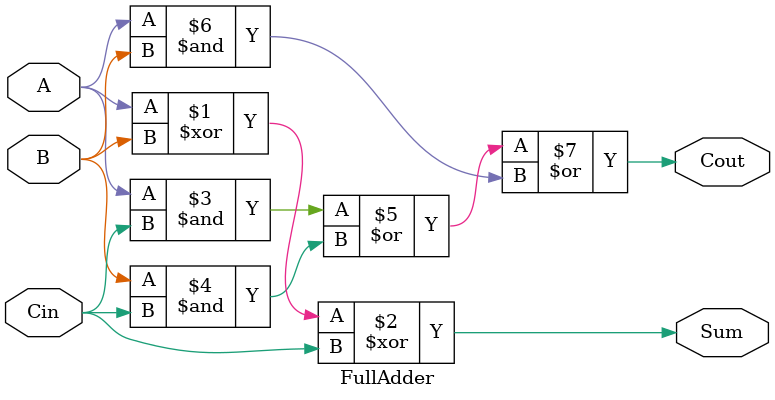
<source format=v>
`timescale 1ns / 1ps
module FullAdder(
    input A,
    input B,
    input Cin,
    output Sum,
    output Cout
    );
assign Sum = A ^ B ^ Cin;
assign Cout = (A & Cin) | (B & Cin) | (A & B);	 


endmodule

</source>
